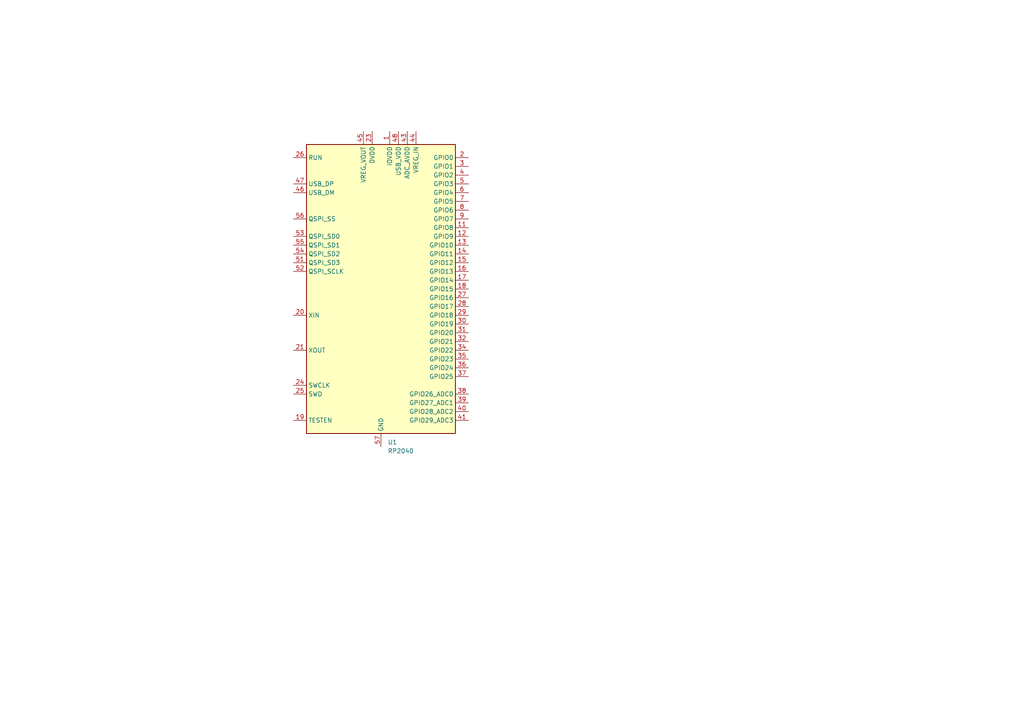
<source format=kicad_sch>
(kicad_sch (version 20230121) (generator eeschema)
  (paper "A4")
  (lib_symbols
    (symbol "MCU_RaspberryPi:RP2040"
      (property "Reference" "U" (at 17.78 45.72 0))
      (property "Value" "RP2040" (at 17.78 43.18 0))
      (symbol "RP2040_0_1"
        (rectangle (start -21.59 41.91) (end 21.59 -41.91) (stroke (width 0.254)) (fill (type background)))
      )
      (symbol "RP2040_1_1"
        (pin power_in line (at 2.54 45.72 270) (length 3.81) (name "IOVDD") (number "1"))
        (pin passive line (at 2.54 45.72 270) (length 3.81) hide (name "IOVDD") (number "10"))
        (pin bidirectional line (at 25.4 17.78 180) (length 3.81) (name "GPIO8") (number "11"))
        (pin bidirectional line (at 25.4 15.24 180) (length 3.81) (name "GPIO9") (number "12"))
        (pin bidirectional line (at 25.4 12.7 180) (length 3.81) (name "GPIO10") (number "13"))
        (pin bidirectional line (at 25.4 10.16 180) (length 3.81) (name "GPIO11") (number "14"))
        (pin bidirectional line (at 25.4 7.62 180) (length 3.81) (name "GPIO12") (number "15"))
        (pin bidirectional line (at 25.4 5.08 180) (length 3.81) (name "GPIO13") (number "16"))
        (pin bidirectional line (at 25.4 2.54 180) (length 3.81) (name "GPIO14") (number "17"))
        (pin bidirectional line (at 25.4 0 180) (length 3.81) (name "GPIO15") (number "18"))
        (pin input line (at -25.4 -38.1 0) (length 3.81) (name "TESTEN") (number "19"))
        (pin bidirectional line (at 25.4 38.1 180) (length 3.81) (name "GPIO0") (number "2"))
        (pin input line (at -25.4 -7.62 0) (length 3.81) (name "XIN") (number "20"))
        (pin passive line (at -25.4 -17.78 0) (length 3.81) (name "XOUT") (number "21"))
        (pin passive line (at 2.54 45.72 270) (length 3.81) hide (name "IOVDD") (number "22"))
        (pin power_in line (at -2.54 45.72 270) (length 3.81) (name "DVDD") (number "23"))
        (pin input line (at -25.4 -27.94 0) (length 3.81) (name "SWCLK") (number "24"))
        (pin bidirectional line (at -25.4 -30.48 0) (length 3.81) (name "SWD") (number "25"))
        (pin input line (at -25.4 38.1 0) (length 3.81) (name "RUN") (number "26"))
        (pin bidirectional line (at 25.4 -2.54 180) (length 3.81) (name "GPIO16") (number "27"))
        (pin bidirectional line (at 25.4 -5.08 180) (length 3.81) (name "GPIO17") (number "28"))
        (pin bidirectional line (at 25.4 -7.62 180) (length 3.81) (name "GPIO18") (number "29"))
        (pin bidirectional line (at 25.4 35.56 180) (length 3.81) (name "GPIO1") (number "3"))
        (pin bidirectional line (at 25.4 -10.16 180) (length 3.81) (name "GPIO19") (number "30"))
        (pin bidirectional line (at 25.4 -12.7 180) (length 3.81) (name "GPIO20") (number "31"))
        (pin bidirectional line (at 25.4 -15.24 180) (length 3.81) (name "GPIO21") (number "32"))
        (pin passive line (at 2.54 45.72 270) (length 3.81) hide (name "IOVDD") (number "33"))
        (pin bidirectional line (at 25.4 -17.78 180) (length 3.81) (name "GPIO22") (number "34"))
        (pin bidirectional line (at 25.4 -20.32 180) (length 3.81) (name "GPIO23") (number "35"))
        (pin bidirectional line (at 25.4 -22.86 180) (length 3.81) (name "GPIO24") (number "36"))
        (pin bidirectional line (at 25.4 -25.4 180) (length 3.81) (name "GPIO25") (number "37"))
        (pin bidirectional line (at 25.4 -30.48 180) (length 3.81) (name "GPIO26_ADC0") (number "38"))
        (pin bidirectional line (at 25.4 -33.02 180) (length 3.81) (name "GPIO27_ADC1") (number "39"))
        (pin bidirectional line (at 25.4 33.02 180) (length 3.81) (name "GPIO2") (number "4"))
        (pin bidirectional line (at 25.4 -35.56 180) (length 3.81) (name "GPIO28_ADC2") (number "40"))
        (pin bidirectional line (at 25.4 -38.1 180) (length 3.81) (name "GPIO29_ADC3") (number "41"))
        (pin passive line (at 2.54 45.72 270) (length 3.81) hide (name "IOVDD") (number "42"))
        (pin power_in line (at 7.62 45.72 270) (length 3.81) (name "ADC_AVDD") (number "43"))
        (pin power_in line (at 10.16 45.72 270) (length 3.81) (name "VREG_IN") (number "44"))
        (pin power_out line (at -5.08 45.72 270) (length 3.81) (name "VREG_VOUT") (number "45"))
        (pin bidirectional line (at -25.4 27.94 0) (length 3.81) (name "USB_DM") (number "46"))
        (pin bidirectional line (at -25.4 30.48 0) (length 3.81) (name "USB_DP") (number "47"))
        (pin power_in line (at 5.08 45.72 270) (length 3.81) (name "USB_VDD") (number "48"))
        (pin passive line (at 2.54 45.72 270) (length 3.81) hide (name "IOVDD") (number "49"))
        (pin bidirectional line (at 25.4 30.48 180) (length 3.81) (name "GPIO3") (number "5"))
        (pin passive line (at -2.54 45.72 270) (length 3.81) hide (name "DVDD") (number "50"))
        (pin bidirectional line (at -25.4 7.62 0) (length 3.81) (name "QSPI_SD3") (number "51"))
        (pin output line (at -25.4 5.08 0) (length 3.81) (name "QSPI_SCLK") (number "52"))
        (pin bidirectional line (at -25.4 15.24 0) (length 3.81) (name "QSPI_SD0") (number "53"))
        (pin bidirectional line (at -25.4 10.16 0) (length 3.81) (name "QSPI_SD2") (number "54"))
        (pin bidirectional line (at -25.4 12.7 0) (length 3.81) (name "QSPI_SD1") (number "55"))
        (pin bidirectional line (at -25.4 20.32 0) (length 3.81) (name "QSPI_SS") (number "56"))
        (pin power_in line (at 0 -45.72 90) (length 3.81) (name "GND") (number "57"))
        (pin bidirectional line (at 25.4 27.94 180) (length 3.81) (name "GPIO4") (number "6"))
        (pin bidirectional line (at 25.4 25.4 180) (length 3.81) (name "GPIO5") (number "7"))
        (pin bidirectional line (at 25.4 22.86 180) (length 3.81) (name "GPIO6") (number "8"))
        (pin bidirectional line (at 25.4 20.32 180) (length 3.81) (name "GPIO7") (number "9"))
      )
    )
  )
  (symbol (lib_id "MCU_RaspberryPi:RP2040") (at 110.49 83.82 0) (unit 1)
    (property "Reference" "U1" (at 112.4459 128.27 0) (effects (justify left)))
    (property "Value" "RP2040" (at 112.4459 130.81 0) (effects (justify left)))
    (property "Footprint" "Package_DFN_QFN:QFN-56-1EP_7x7mm_P0.4mm_EP3.2x3.2mm" (effects hide))
    (property "Datasheet" "https://datasheets.raspberrypi.com/rp2040/rp2040-datasheet.pdf" (effects hide))
  )
)
</source>
